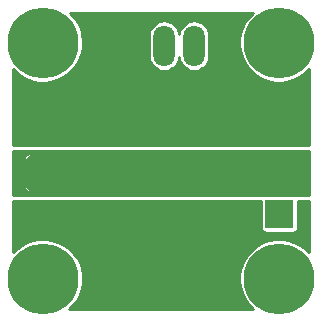
<source format=gbl>
G04 #@! TF.FileFunction,Copper,L2,Bot,Signal*
%FSLAX46Y46*%
G04 Gerber Fmt 4.6, Leading zero omitted, Abs format (unit mm)*
G04 Created by KiCad (PCBNEW 4.0.2-stable) date 04/06/2016 14:34:18*
%MOMM*%
G01*
G04 APERTURE LIST*
%ADD10C,0.100000*%
%ADD11O,1.800860X3.500120*%
%ADD12C,6.000000*%
%ADD13C,0.860000*%
%ADD14C,2.400000*%
%ADD15R,2.400000X2.400000*%
%ADD16C,3.810000*%
%ADD17C,0.254000*%
G04 APERTURE END LIST*
D10*
D11*
X146210000Y-95250000D03*
X148750000Y-95250000D03*
X151290000Y-95250000D03*
D12*
X138500000Y-115000000D03*
X158500000Y-115000000D03*
X158500000Y-95000000D03*
X138500000Y-95000000D03*
D13*
X143750000Y-102250000D03*
X144500000Y-103250000D03*
X143750000Y-101000000D03*
X145000000Y-102250000D03*
X148250000Y-103250000D03*
X147000000Y-103250000D03*
X145750000Y-103250000D03*
X145000000Y-101000000D03*
X143250000Y-103250000D03*
D14*
X138500000Y-109500000D03*
D15*
X138500000Y-106000000D03*
D14*
X158500000Y-106000000D03*
D15*
X158500000Y-109500000D03*
D16*
X138501100Y-106003600D02*
X158501100Y-106003600D01*
D17*
G36*
X156917157Y-110700000D02*
X156921995Y-110760673D01*
X156953864Y-110863580D01*
X157013140Y-110953535D01*
X157095130Y-111023415D01*
X157193342Y-111067686D01*
X157300000Y-111082843D01*
X159700000Y-111082843D01*
X159760673Y-111078005D01*
X159863580Y-111046136D01*
X159953535Y-110986860D01*
X160023415Y-110904870D01*
X160067686Y-110806658D01*
X160082843Y-110700000D01*
X160082843Y-108384600D01*
X161045100Y-108384600D01*
X161045100Y-112764491D01*
X160665558Y-112382290D01*
X160115866Y-112011518D01*
X159504626Y-111754576D01*
X158855121Y-111621252D01*
X158192089Y-111616623D01*
X157540785Y-111740866D01*
X156926017Y-111989248D01*
X156371202Y-112352309D01*
X155897472Y-112816220D01*
X155522872Y-113363310D01*
X155261669Y-113972741D01*
X155123814Y-114621300D01*
X155114556Y-115284284D01*
X155234249Y-115936439D01*
X155478333Y-116552926D01*
X155837512Y-117110262D01*
X156259844Y-117547600D01*
X140727669Y-117547600D01*
X141071784Y-117219904D01*
X141453986Y-116678098D01*
X141723672Y-116072373D01*
X141870570Y-115425802D01*
X141881145Y-114668476D01*
X141752358Y-114018055D01*
X141499690Y-113405037D01*
X141132765Y-112852770D01*
X140665558Y-112382290D01*
X140115866Y-112011518D01*
X139504626Y-111754576D01*
X138855121Y-111621252D01*
X138192089Y-111616623D01*
X137540785Y-111740866D01*
X136926017Y-111989248D01*
X136371202Y-112352309D01*
X135957100Y-112757828D01*
X135957100Y-108384600D01*
X156917157Y-108384600D01*
X156917157Y-110700000D01*
X156917157Y-110700000D01*
G37*
X156917157Y-110700000D02*
X156921995Y-110760673D01*
X156953864Y-110863580D01*
X157013140Y-110953535D01*
X157095130Y-111023415D01*
X157193342Y-111067686D01*
X157300000Y-111082843D01*
X159700000Y-111082843D01*
X159760673Y-111078005D01*
X159863580Y-111046136D01*
X159953535Y-110986860D01*
X160023415Y-110904870D01*
X160067686Y-110806658D01*
X160082843Y-110700000D01*
X160082843Y-108384600D01*
X161045100Y-108384600D01*
X161045100Y-112764491D01*
X160665558Y-112382290D01*
X160115866Y-112011518D01*
X159504626Y-111754576D01*
X158855121Y-111621252D01*
X158192089Y-111616623D01*
X157540785Y-111740866D01*
X156926017Y-111989248D01*
X156371202Y-112352309D01*
X155897472Y-112816220D01*
X155522872Y-113363310D01*
X155261669Y-113972741D01*
X155123814Y-114621300D01*
X155114556Y-115284284D01*
X155234249Y-115936439D01*
X155478333Y-116552926D01*
X155837512Y-117110262D01*
X156259844Y-117547600D01*
X140727669Y-117547600D01*
X141071784Y-117219904D01*
X141453986Y-116678098D01*
X141723672Y-116072373D01*
X141870570Y-115425802D01*
X141881145Y-114668476D01*
X141752358Y-114018055D01*
X141499690Y-113405037D01*
X141132765Y-112852770D01*
X140665558Y-112382290D01*
X140115866Y-112011518D01*
X139504626Y-111754576D01*
X138855121Y-111621252D01*
X138192089Y-111616623D01*
X137540785Y-111740866D01*
X136926017Y-111989248D01*
X136371202Y-112352309D01*
X135957100Y-112757828D01*
X135957100Y-108384600D01*
X156917157Y-108384600D01*
X156917157Y-110700000D01*
G36*
X155897472Y-92816220D02*
X155522872Y-93363310D01*
X155261669Y-93972741D01*
X155123814Y-94621300D01*
X155114556Y-95284284D01*
X155234249Y-95936439D01*
X155478333Y-96552926D01*
X155837512Y-97110262D01*
X156298104Y-97587219D01*
X156842566Y-97965630D01*
X157450158Y-98231080D01*
X158097739Y-98373460D01*
X158760642Y-98387346D01*
X159413617Y-98272209D01*
X160031793Y-98032434D01*
X160591623Y-97677155D01*
X161045100Y-97245315D01*
X161045100Y-103622600D01*
X135957100Y-103622600D01*
X135957100Y-97234099D01*
X136298104Y-97587219D01*
X136842566Y-97965630D01*
X137450158Y-98231080D01*
X138097739Y-98373460D01*
X138760642Y-98387346D01*
X139413617Y-98272209D01*
X140031793Y-98032434D01*
X140591623Y-97677155D01*
X141071784Y-97219904D01*
X141453986Y-96678098D01*
X141723672Y-96072373D01*
X141870570Y-95425802D01*
X141881145Y-94668476D01*
X141826017Y-94390059D01*
X147468570Y-94390059D01*
X147468570Y-96109941D01*
X147492975Y-96358839D01*
X147565259Y-96598256D01*
X147682670Y-96819074D01*
X147840735Y-97012880D01*
X148033433Y-97172295D01*
X148253426Y-97291244D01*
X148492333Y-97365198D01*
X148741054Y-97391340D01*
X148990116Y-97368673D01*
X149230032Y-97298062D01*
X149451664Y-97182196D01*
X149646570Y-97025488D01*
X149807325Y-96833907D01*
X149927808Y-96614750D01*
X150003428Y-96376365D01*
X150020110Y-96227637D01*
X150032975Y-96358839D01*
X150105259Y-96598256D01*
X150222670Y-96819074D01*
X150380735Y-97012880D01*
X150573433Y-97172295D01*
X150793426Y-97291244D01*
X151032333Y-97365198D01*
X151281054Y-97391340D01*
X151530116Y-97368673D01*
X151770032Y-97298062D01*
X151991664Y-97182196D01*
X152186570Y-97025488D01*
X152347325Y-96833907D01*
X152467808Y-96614750D01*
X152543428Y-96376365D01*
X152571305Y-96127833D01*
X152571430Y-96109941D01*
X152571430Y-94390059D01*
X152547025Y-94141161D01*
X152474741Y-93901744D01*
X152357330Y-93680926D01*
X152199265Y-93487120D01*
X152006567Y-93327705D01*
X151786574Y-93208756D01*
X151547667Y-93134802D01*
X151298946Y-93108660D01*
X151049884Y-93131327D01*
X150809968Y-93201938D01*
X150588336Y-93317804D01*
X150393430Y-93474512D01*
X150232675Y-93666093D01*
X150112192Y-93885250D01*
X150036572Y-94123635D01*
X150019890Y-94272363D01*
X150007025Y-94141161D01*
X149934741Y-93901744D01*
X149817330Y-93680926D01*
X149659265Y-93487120D01*
X149466567Y-93327705D01*
X149246574Y-93208756D01*
X149007667Y-93134802D01*
X148758946Y-93108660D01*
X148509884Y-93131327D01*
X148269968Y-93201938D01*
X148048336Y-93317804D01*
X147853430Y-93474512D01*
X147692675Y-93666093D01*
X147572192Y-93885250D01*
X147496572Y-94123635D01*
X147468695Y-94372167D01*
X147468570Y-94390059D01*
X141826017Y-94390059D01*
X141752358Y-94018055D01*
X141499690Y-93405037D01*
X141132765Y-92852770D01*
X140742330Y-92459600D01*
X156261640Y-92459600D01*
X155897472Y-92816220D01*
X155897472Y-92816220D01*
G37*
X155897472Y-92816220D02*
X155522872Y-93363310D01*
X155261669Y-93972741D01*
X155123814Y-94621300D01*
X155114556Y-95284284D01*
X155234249Y-95936439D01*
X155478333Y-96552926D01*
X155837512Y-97110262D01*
X156298104Y-97587219D01*
X156842566Y-97965630D01*
X157450158Y-98231080D01*
X158097739Y-98373460D01*
X158760642Y-98387346D01*
X159413617Y-98272209D01*
X160031793Y-98032434D01*
X160591623Y-97677155D01*
X161045100Y-97245315D01*
X161045100Y-103622600D01*
X135957100Y-103622600D01*
X135957100Y-97234099D01*
X136298104Y-97587219D01*
X136842566Y-97965630D01*
X137450158Y-98231080D01*
X138097739Y-98373460D01*
X138760642Y-98387346D01*
X139413617Y-98272209D01*
X140031793Y-98032434D01*
X140591623Y-97677155D01*
X141071784Y-97219904D01*
X141453986Y-96678098D01*
X141723672Y-96072373D01*
X141870570Y-95425802D01*
X141881145Y-94668476D01*
X141826017Y-94390059D01*
X147468570Y-94390059D01*
X147468570Y-96109941D01*
X147492975Y-96358839D01*
X147565259Y-96598256D01*
X147682670Y-96819074D01*
X147840735Y-97012880D01*
X148033433Y-97172295D01*
X148253426Y-97291244D01*
X148492333Y-97365198D01*
X148741054Y-97391340D01*
X148990116Y-97368673D01*
X149230032Y-97298062D01*
X149451664Y-97182196D01*
X149646570Y-97025488D01*
X149807325Y-96833907D01*
X149927808Y-96614750D01*
X150003428Y-96376365D01*
X150020110Y-96227637D01*
X150032975Y-96358839D01*
X150105259Y-96598256D01*
X150222670Y-96819074D01*
X150380735Y-97012880D01*
X150573433Y-97172295D01*
X150793426Y-97291244D01*
X151032333Y-97365198D01*
X151281054Y-97391340D01*
X151530116Y-97368673D01*
X151770032Y-97298062D01*
X151991664Y-97182196D01*
X152186570Y-97025488D01*
X152347325Y-96833907D01*
X152467808Y-96614750D01*
X152543428Y-96376365D01*
X152571305Y-96127833D01*
X152571430Y-96109941D01*
X152571430Y-94390059D01*
X152547025Y-94141161D01*
X152474741Y-93901744D01*
X152357330Y-93680926D01*
X152199265Y-93487120D01*
X152006567Y-93327705D01*
X151786574Y-93208756D01*
X151547667Y-93134802D01*
X151298946Y-93108660D01*
X151049884Y-93131327D01*
X150809968Y-93201938D01*
X150588336Y-93317804D01*
X150393430Y-93474512D01*
X150232675Y-93666093D01*
X150112192Y-93885250D01*
X150036572Y-94123635D01*
X150019890Y-94272363D01*
X150007025Y-94141161D01*
X149934741Y-93901744D01*
X149817330Y-93680926D01*
X149659265Y-93487120D01*
X149466567Y-93327705D01*
X149246574Y-93208756D01*
X149007667Y-93134802D01*
X148758946Y-93108660D01*
X148509884Y-93131327D01*
X148269968Y-93201938D01*
X148048336Y-93317804D01*
X147853430Y-93474512D01*
X147692675Y-93666093D01*
X147572192Y-93885250D01*
X147496572Y-94123635D01*
X147468695Y-94372167D01*
X147468570Y-94390059D01*
X141826017Y-94390059D01*
X141752358Y-94018055D01*
X141499690Y-93405037D01*
X141132765Y-92852770D01*
X140742330Y-92459600D01*
X156261640Y-92459600D01*
X155897472Y-92816220D01*
G36*
X161045100Y-107876600D02*
X135957100Y-107876600D01*
X135957100Y-106132750D01*
X136869000Y-106132750D01*
X136869000Y-107242450D01*
X136885563Y-107325718D01*
X136918053Y-107404155D01*
X136965221Y-107474747D01*
X137025254Y-107534780D01*
X137095845Y-107581947D01*
X137174282Y-107614437D01*
X137257550Y-107631000D01*
X138367250Y-107631000D01*
X138475000Y-107523250D01*
X138475000Y-106025000D01*
X138525000Y-106025000D01*
X138525000Y-107523250D01*
X138632750Y-107631000D01*
X139742450Y-107631000D01*
X139825718Y-107614437D01*
X139904155Y-107581947D01*
X139974746Y-107534780D01*
X140034779Y-107474747D01*
X140081947Y-107404155D01*
X140114437Y-107325718D01*
X140131000Y-107242450D01*
X140131000Y-107100214D01*
X157435141Y-107100214D01*
X157557021Y-107340432D01*
X157836646Y-107498642D01*
X158141763Y-107599261D01*
X158460647Y-107638420D01*
X158781042Y-107614616D01*
X159090639Y-107528763D01*
X159377536Y-107384160D01*
X159442979Y-107340432D01*
X159564859Y-107100214D01*
X158500000Y-106035355D01*
X157435141Y-107100214D01*
X140131000Y-107100214D01*
X140131000Y-106132750D01*
X140023250Y-106025000D01*
X138525000Y-106025000D01*
X138475000Y-106025000D01*
X136976750Y-106025000D01*
X136869000Y-106132750D01*
X135957100Y-106132750D01*
X135957100Y-104757550D01*
X136869000Y-104757550D01*
X136869000Y-105867250D01*
X136976750Y-105975000D01*
X138475000Y-105975000D01*
X138475000Y-104476750D01*
X138525000Y-104476750D01*
X138525000Y-105975000D01*
X140023250Y-105975000D01*
X140037603Y-105960647D01*
X156861580Y-105960647D01*
X156885384Y-106281042D01*
X156971237Y-106590639D01*
X157115840Y-106877536D01*
X157159568Y-106942979D01*
X157399786Y-107064859D01*
X158464645Y-106000000D01*
X158535355Y-106000000D01*
X159600214Y-107064859D01*
X159840432Y-106942979D01*
X159998642Y-106663354D01*
X160099261Y-106358237D01*
X160138420Y-106039353D01*
X160114616Y-105718958D01*
X160028763Y-105409361D01*
X159884160Y-105122464D01*
X159840432Y-105057021D01*
X159600214Y-104935141D01*
X158535355Y-106000000D01*
X158464645Y-106000000D01*
X157399786Y-104935141D01*
X157159568Y-105057021D01*
X157001358Y-105336646D01*
X156900739Y-105641763D01*
X156861580Y-105960647D01*
X140037603Y-105960647D01*
X140131000Y-105867250D01*
X140131000Y-104899786D01*
X157435141Y-104899786D01*
X158500000Y-105964645D01*
X159564859Y-104899786D01*
X159442979Y-104659568D01*
X159163354Y-104501358D01*
X158858237Y-104400739D01*
X158539353Y-104361580D01*
X158218958Y-104385384D01*
X157909361Y-104471237D01*
X157622464Y-104615840D01*
X157557021Y-104659568D01*
X157435141Y-104899786D01*
X140131000Y-104899786D01*
X140131000Y-104757550D01*
X140114437Y-104674282D01*
X140081947Y-104595845D01*
X140034779Y-104525253D01*
X139974746Y-104465220D01*
X139904155Y-104418053D01*
X139825718Y-104385563D01*
X139742450Y-104369000D01*
X138632750Y-104369000D01*
X138525000Y-104476750D01*
X138475000Y-104476750D01*
X138367250Y-104369000D01*
X137257550Y-104369000D01*
X137174282Y-104385563D01*
X137095845Y-104418053D01*
X137025254Y-104465220D01*
X136965221Y-104525253D01*
X136918053Y-104595845D01*
X136885563Y-104674282D01*
X136869000Y-104757550D01*
X135957100Y-104757550D01*
X135957100Y-104130600D01*
X161045100Y-104130600D01*
X161045100Y-107876600D01*
X161045100Y-107876600D01*
G37*
X161045100Y-107876600D02*
X135957100Y-107876600D01*
X135957100Y-106132750D01*
X136869000Y-106132750D01*
X136869000Y-107242450D01*
X136885563Y-107325718D01*
X136918053Y-107404155D01*
X136965221Y-107474747D01*
X137025254Y-107534780D01*
X137095845Y-107581947D01*
X137174282Y-107614437D01*
X137257550Y-107631000D01*
X138367250Y-107631000D01*
X138475000Y-107523250D01*
X138475000Y-106025000D01*
X138525000Y-106025000D01*
X138525000Y-107523250D01*
X138632750Y-107631000D01*
X139742450Y-107631000D01*
X139825718Y-107614437D01*
X139904155Y-107581947D01*
X139974746Y-107534780D01*
X140034779Y-107474747D01*
X140081947Y-107404155D01*
X140114437Y-107325718D01*
X140131000Y-107242450D01*
X140131000Y-107100214D01*
X157435141Y-107100214D01*
X157557021Y-107340432D01*
X157836646Y-107498642D01*
X158141763Y-107599261D01*
X158460647Y-107638420D01*
X158781042Y-107614616D01*
X159090639Y-107528763D01*
X159377536Y-107384160D01*
X159442979Y-107340432D01*
X159564859Y-107100214D01*
X158500000Y-106035355D01*
X157435141Y-107100214D01*
X140131000Y-107100214D01*
X140131000Y-106132750D01*
X140023250Y-106025000D01*
X138525000Y-106025000D01*
X138475000Y-106025000D01*
X136976750Y-106025000D01*
X136869000Y-106132750D01*
X135957100Y-106132750D01*
X135957100Y-104757550D01*
X136869000Y-104757550D01*
X136869000Y-105867250D01*
X136976750Y-105975000D01*
X138475000Y-105975000D01*
X138475000Y-104476750D01*
X138525000Y-104476750D01*
X138525000Y-105975000D01*
X140023250Y-105975000D01*
X140037603Y-105960647D01*
X156861580Y-105960647D01*
X156885384Y-106281042D01*
X156971237Y-106590639D01*
X157115840Y-106877536D01*
X157159568Y-106942979D01*
X157399786Y-107064859D01*
X158464645Y-106000000D01*
X158535355Y-106000000D01*
X159600214Y-107064859D01*
X159840432Y-106942979D01*
X159998642Y-106663354D01*
X160099261Y-106358237D01*
X160138420Y-106039353D01*
X160114616Y-105718958D01*
X160028763Y-105409361D01*
X159884160Y-105122464D01*
X159840432Y-105057021D01*
X159600214Y-104935141D01*
X158535355Y-106000000D01*
X158464645Y-106000000D01*
X157399786Y-104935141D01*
X157159568Y-105057021D01*
X157001358Y-105336646D01*
X156900739Y-105641763D01*
X156861580Y-105960647D01*
X140037603Y-105960647D01*
X140131000Y-105867250D01*
X140131000Y-104899786D01*
X157435141Y-104899786D01*
X158500000Y-105964645D01*
X159564859Y-104899786D01*
X159442979Y-104659568D01*
X159163354Y-104501358D01*
X158858237Y-104400739D01*
X158539353Y-104361580D01*
X158218958Y-104385384D01*
X157909361Y-104471237D01*
X157622464Y-104615840D01*
X157557021Y-104659568D01*
X157435141Y-104899786D01*
X140131000Y-104899786D01*
X140131000Y-104757550D01*
X140114437Y-104674282D01*
X140081947Y-104595845D01*
X140034779Y-104525253D01*
X139974746Y-104465220D01*
X139904155Y-104418053D01*
X139825718Y-104385563D01*
X139742450Y-104369000D01*
X138632750Y-104369000D01*
X138525000Y-104476750D01*
X138475000Y-104476750D01*
X138367250Y-104369000D01*
X137257550Y-104369000D01*
X137174282Y-104385563D01*
X137095845Y-104418053D01*
X137025254Y-104465220D01*
X136965221Y-104525253D01*
X136918053Y-104595845D01*
X136885563Y-104674282D01*
X136869000Y-104757550D01*
X135957100Y-104757550D01*
X135957100Y-104130600D01*
X161045100Y-104130600D01*
X161045100Y-107876600D01*
M02*

</source>
